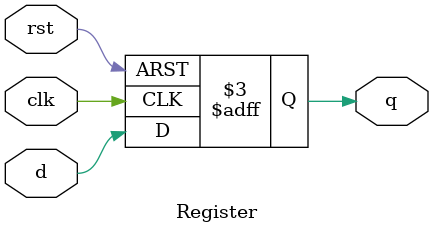
<source format=sv>
module Register
#(
	parameter WIDTH = 1
)
(
	input logic clk,	// clock signal
	input logic rst,	// reset signal
	input logic [WIDTH - 1:0] d,	// input signal
	output logic [WIDTH -1:0] q	// output signal
);

	// asynchronus register
	always_ff@(posedge clk, posedge rst)
	begin
		// if reset is 1 then set the output to 0
		if(rst == 1)
		begin
			q <= 0;
		end
		else	// else set the output to the input value
		begin
			q <= d; 
		end
	end

endmodule

</source>
